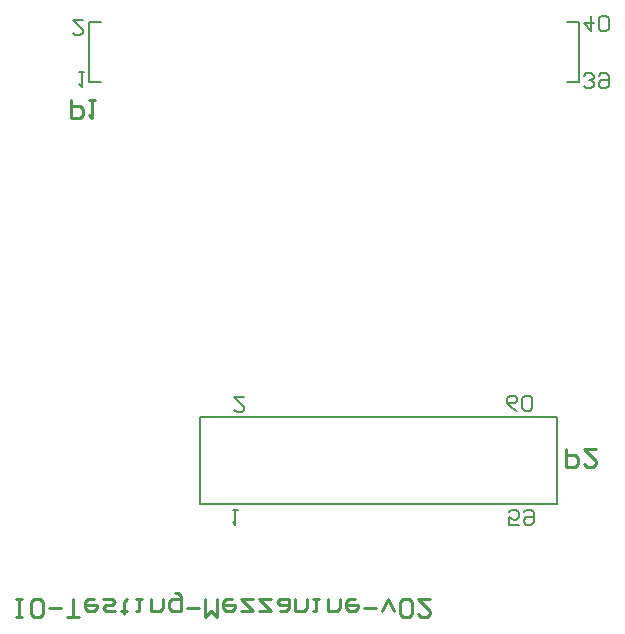
<source format=gbo>
G04 Layer_Color=32896*
%FSLAX42Y42*%
%MOMM*%
G71*
G01*
G75*
%ADD20C,0.25*%
%ADD36C,0.20*%
%ADD41C,0.20*%
D20*
X1211Y1214D02*
X1262D01*
X1237D01*
Y1367D01*
X1211D01*
X1262D01*
X1415Y1214D02*
X1364D01*
X1338Y1240D01*
Y1341D01*
X1364Y1367D01*
X1415D01*
X1440Y1341D01*
Y1240D01*
X1415Y1214D01*
X1491Y1291D02*
X1592D01*
X1643Y1214D02*
X1745D01*
X1694D01*
Y1367D01*
X1872D02*
X1821D01*
X1795Y1341D01*
Y1291D01*
X1821Y1265D01*
X1872D01*
X1897Y1291D01*
Y1316D01*
X1795D01*
X1948Y1367D02*
X2024D01*
X2049Y1341D01*
X2024Y1316D01*
X1973D01*
X1948Y1291D01*
X1973Y1265D01*
X2049D01*
X2126Y1240D02*
Y1265D01*
X2100D01*
X2151D01*
X2126D01*
Y1341D01*
X2151Y1367D01*
X2227D02*
X2278D01*
X2252D01*
Y1265D01*
X2227D01*
X2354Y1367D02*
Y1265D01*
X2430D01*
X2456Y1291D01*
Y1367D01*
X2557Y1418D02*
X2583D01*
X2608Y1392D01*
Y1265D01*
X2532D01*
X2506Y1291D01*
Y1341D01*
X2532Y1367D01*
X2608D01*
X2659Y1291D02*
X2760D01*
X2811Y1367D02*
Y1214D01*
X2862Y1265D01*
X2913Y1214D01*
Y1367D01*
X3040D02*
X2989D01*
X2963Y1341D01*
Y1291D01*
X2989Y1265D01*
X3040D01*
X3065Y1291D01*
Y1316D01*
X2963D01*
X3116Y1265D02*
X3217D01*
X3116Y1367D01*
X3217D01*
X3268Y1265D02*
X3370D01*
X3268Y1367D01*
X3370D01*
X3446Y1265D02*
X3497D01*
X3522Y1291D01*
Y1367D01*
X3446D01*
X3420Y1341D01*
X3446Y1316D01*
X3522D01*
X3573Y1367D02*
Y1265D01*
X3649D01*
X3674Y1291D01*
Y1367D01*
X3725D02*
X3776D01*
X3751D01*
Y1265D01*
X3725D01*
X3852Y1367D02*
Y1265D01*
X3928D01*
X3954Y1291D01*
Y1367D01*
X4081D02*
X4030D01*
X4004Y1341D01*
Y1291D01*
X4030Y1265D01*
X4081D01*
X4106Y1291D01*
Y1316D01*
X4004D01*
X4157Y1291D02*
X4258D01*
X4309Y1265D02*
X4360Y1367D01*
X4411Y1265D01*
X4462Y1240D02*
X4487Y1214D01*
X4538D01*
X4563Y1240D01*
Y1341D01*
X4538Y1367D01*
X4487D01*
X4462Y1341D01*
Y1240D01*
X4715Y1367D02*
X4614D01*
X4715Y1265D01*
Y1240D01*
X4690Y1214D01*
X4639D01*
X4614Y1240D01*
X1673Y5591D02*
Y5439D01*
X1749D01*
X1775Y5464D01*
Y5515D01*
X1749Y5540D01*
X1673D01*
X1825Y5591D02*
X1876D01*
X1851D01*
Y5439D01*
X1825Y5464D01*
X5864Y2640D02*
Y2488D01*
X5940D01*
X5966Y2513D01*
Y2564D01*
X5940Y2589D01*
X5864D01*
X6118Y2640D02*
X6016D01*
X6118Y2538D01*
Y2513D01*
X6093Y2488D01*
X6042D01*
X6016Y2513D01*
D36*
X5874Y5744D02*
X5975D01*
X5874Y6252D02*
X5975D01*
X1822D02*
X1924D01*
X1822Y5744D02*
X1924D01*
X5975D02*
Y6252D01*
X1822Y5744D02*
Y6252D01*
X2764Y2177D02*
X5786D01*
Y2913D01*
X2764D02*
X5786D01*
X2764Y2177D02*
Y2913D01*
D41*
X1742Y5836D02*
X1784D01*
X1763D01*
Y5709D01*
X1742Y5730D01*
X6014Y5717D02*
X6035Y5696D01*
X6077D01*
X6099Y5717D01*
Y5738D01*
X6077Y5760D01*
X6056D01*
X6077D01*
X6099Y5781D01*
Y5802D01*
X6077Y5823D01*
X6035D01*
X6014Y5802D01*
X6141D02*
X6162Y5823D01*
X6204D01*
X6226Y5802D01*
Y5717D01*
X6204Y5696D01*
X6162D01*
X6141Y5717D01*
Y5738D01*
X6162Y5760D01*
X6226D01*
X6080Y6306D02*
Y6179D01*
X6017Y6243D01*
X6102D01*
X6144Y6200D02*
X6165Y6179D01*
X6207D01*
X6229Y6200D01*
Y6285D01*
X6207Y6306D01*
X6165D01*
X6144Y6285D01*
Y6200D01*
X1774Y6272D02*
X1689D01*
X1774Y6187D01*
Y6166D01*
X1752Y6145D01*
X1710D01*
X1689Y6166D01*
X3140Y3078D02*
X3056D01*
X3140Y2994D01*
Y2973D01*
X3119Y2951D01*
X3077D01*
X3056Y2973D01*
X5451Y2963D02*
X5408Y2984D01*
X5366Y3027D01*
Y3069D01*
X5387Y3090D01*
X5430D01*
X5451Y3069D01*
Y3048D01*
X5430Y3027D01*
X5366D01*
X5493Y2984D02*
X5514Y2963D01*
X5557D01*
X5578Y2984D01*
Y3069D01*
X5557Y3090D01*
X5514D01*
X5493Y3069D01*
Y2984D01*
X5465Y1999D02*
X5380D01*
Y2062D01*
X5422Y2041D01*
X5443D01*
X5465Y2062D01*
Y2105D01*
X5443Y2126D01*
X5401D01*
X5380Y2105D01*
X5507D02*
X5528Y2126D01*
X5570D01*
X5591Y2105D01*
Y2020D01*
X5570Y1999D01*
X5528D01*
X5507Y2020D01*
Y2041D01*
X5528Y2062D01*
X5591D01*
X3043Y2126D02*
X3085D01*
X3064D01*
Y1999D01*
X3043Y2020D01*
M02*

</source>
